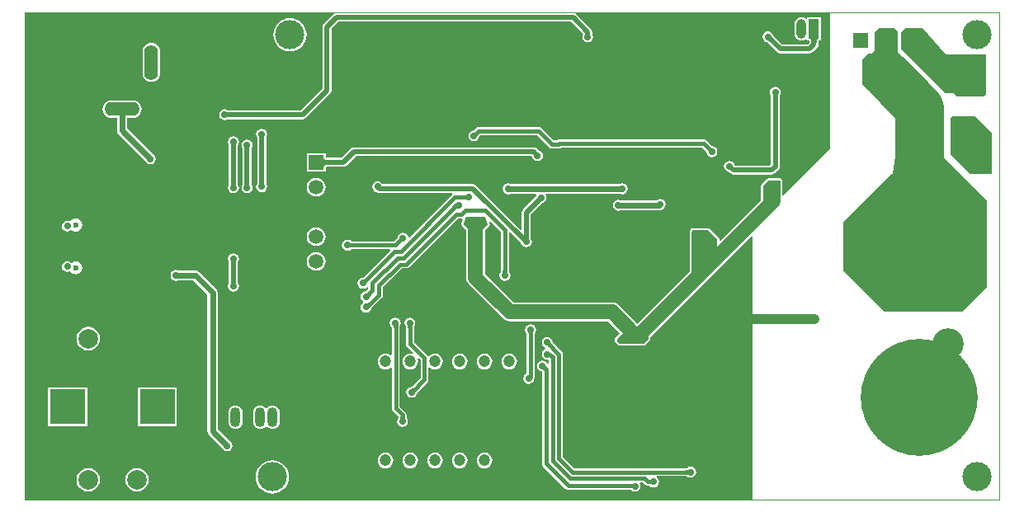
<source format=gbl>
%FSTAX24Y24*%
%MOIN*%
%SFA1B1*%

%IPPOS*%
%ADD30C,0.019700*%
%ADD31C,0.023600*%
%ADD32C,0.059100*%
%ADD33C,0.015700*%
%ADD35C,0.039400*%
%ADD38C,0.003900*%
%ADD39O,0.055100X0.141700*%
%ADD40O,0.141700X0.055100*%
%ADD41C,0.023600*%
%ADD42C,0.027600*%
%ADD43C,0.059100*%
%ADD44R,0.059100X0.059100*%
%ADD45C,0.063000*%
%ADD46R,0.063000X0.063000*%
%ADD47O,0.039400X0.078700*%
%ADD48R,0.039400X0.078700*%
%ADD49C,0.047200*%
%ADD50C,0.078700*%
%ADD51R,0.141700X0.141700*%
%ADD52O,0.041300X0.078700*%
%ADD53R,0.041300X0.078700*%
%ADD54C,0.126000*%
%ADD55C,0.118100*%
%ADD56C,0.472400*%
%ADD57R,0.059100X0.059100*%
%ADD58C,0.031500*%
%ADD59C,0.050000*%
%ADD60C,0.196900*%
%LNdummyv1-1*%
%LPD*%
G36*
X018701Y011122D02*
X018504Y010925D01*
X017913*
X017717Y011122*
X017815Y011417*
X018602*
X018701Y011122*
G37*
G36*
X015246Y010416D02*
X015241Y010417D01*
X015234Y010416*
X015227Y010414*
X01522Y010411*
X015212Y010407*
X015203Y010401*
X015194Y010394*
X015174Y010377*
X015163Y010366*
X01508Y010506*
X015091Y010517*
X015134Y010565*
X015137Y01057*
X015139Y010574*
X01514Y010578*
X015246Y010416*
G37*
G36*
X013134Y010369D02*
X013139Y010366D01*
X013146Y010363*
X013154Y010361*
X013163Y010359*
X013173Y010357*
X013198Y010355*
X013227Y010354*
Y010197*
X013212*
X013173Y010194*
X013163Y010192*
X013154Y01019*
X013146Y010188*
X013139Y010186*
X013134Y010182*
X01313Y010179*
Y010372*
X013134Y010369*
G37*
G36*
X017815Y012108D02*
X017811Y012112D01*
X017806Y012115*
X017799Y012117*
X017791Y01212*
X017782Y012122*
X017772Y012123*
X017747Y012125*
X017718Y012126*
Y012283*
X017733Y012284*
X017772Y012286*
X017782Y012288*
X017791Y01229*
X017799Y012292*
X017806Y012295*
X017811Y012298*
X017815Y012301*
Y012108*
G37*
G36*
X030512Y012008D02*
X029823D01*
Y012697*
X03002Y012894*
X030512*
Y012008*
G37*
G36*
X017451Y011769D02*
X017446Y011771D01*
X017441*
X017435Y01177*
X017428Y011768*
X01742Y011764*
X017412Y011759*
X017403Y011752*
X017393Y011745*
X017372Y011725*
X017273Y011848*
X017396Y011949*
X017451Y011769*
G37*
G36*
X019469Y009236D02*
X019471Y009197D01*
X019473Y009187*
X019475Y009177*
X019477Y00917*
X01948Y009163*
X019483Y009158*
X019486Y009154*
X019293*
X019297Y009158*
X0193Y009163*
X019302Y00917*
X019305Y009177*
X019307Y009187*
X019308Y009197*
X01931Y009221*
X019311Y009251*
X019468*
X019469Y009236*
G37*
G36*
X013976Y007826D02*
X013965Y007815D01*
X013922Y007766*
X013919Y007761*
X013916Y007756*
X013915Y007753*
X013805Y007911*
X013811*
X013817*
X013824Y007913*
X013832Y007917*
X01384Y007921*
X013849Y007927*
X013858Y007934*
X013878Y007951*
X013889Y007962*
X013976Y007826*
G37*
G36*
X037133Y013838D02*
X037135Y01381D01*
X038858Y012087*
Y008583*
X037874Y007598*
X034724*
X033071Y009252*
Y01122*
X035Y01315*
X035038*
X03505Y01319*
X035097Y013394*
X035131Y01361*
X035151Y013838*
X035157Y014077*
X037126*
X037133Y013838*
G37*
G36*
X025197Y006693D02*
Y006496D01*
X025Y006299*
X024016*
X023917Y006398*
Y006496*
X024213Y006791*
X025098*
X025197Y006693*
G37*
G36*
X027972Y010512D02*
Y010039D01*
X027362Y009429*
Y008957*
X026811*
X026929Y009075*
Y010778*
X026998Y010886*
X027598*
X027972Y010512*
G37*
G36*
X013856Y008823D02*
X013845Y008812D01*
X013819Y008783*
X013813Y008774*
X013808Y008766*
X013804Y008759*
X013801Y008753*
X0138Y008747*
X013799Y008742*
X013663Y008878*
X013668*
X013674Y00888*
X013681Y008883*
X013688Y008887*
X013696Y008892*
X013704Y008898*
X013723Y008914*
X013744Y008934*
X013856Y008823*
G37*
G36*
X013974Y008272D02*
X013963Y008261D01*
X013937Y008232*
X013931Y008223*
X013926Y008215*
X013922Y008208*
X013919Y008202*
X013918Y008196*
X013917Y00819*
X013781Y008327*
X013786*
X013792Y008329*
X013799Y008332*
X013806Y008336*
X013814Y008341*
X013822Y008347*
X013841Y008363*
X013862Y008383*
X013974Y008272*
G37*
G36*
X039055Y014803D02*
Y01315D01*
X038189*
X037392Y013947*
Y015394*
X03747Y015472*
X038386*
X039055Y014803*
G37*
G36*
X037205Y017992D02*
X038819D01*
Y016378*
X03874Y016299*
X037638*
X03752Y016417*
X037205*
X035394Y018228*
Y018898*
X035551Y019055*
X03626*
X037205Y017992*
G37*
G36*
X035276Y018898D02*
Y018071D01*
X035945Y017402*
X034055Y016535*
X033819Y016772*
Y017795*
X034055Y018032*
X034213*
X034331Y01815*
Y018898*
X034488Y019055*
X035118*
X035276Y018898*
G37*
G36*
X03252Y019685D02*
D01*
Y014173*
X030641Y012295*
X030595Y012314*
Y01252*
X030593Y012532*
Y012894*
X030587Y012925*
X030569Y012951*
X030543Y012969*
X030512Y012975*
X03002*
X029988Y012969*
X029962Y012951*
X029765Y012755*
X029747Y012728*
X029741Y012697*
Y012101*
X0281Y01046*
X028054Y01048*
Y010512*
X028048Y010543*
X02803Y010569*
X027656Y010943*
X027649Y010948*
Y010956*
X027637*
X02763Y010961*
X027598Y010967*
X026998*
X026989Y010966*
X02698Y010965*
X026974Y010963*
X026967Y010961*
X026959Y010956*
X026898*
Y010881*
X02686Y010821*
X026858Y010815*
X026854Y010809*
X026852Y0108*
X026849Y010792*
Y010785*
X026848Y010778*
Y009208*
X024737Y007097*
X023988Y007846*
X02391Y007907*
X023818Y007944*
X02372Y007957*
X019743*
X018587Y009113*
Y010893*
X018758Y011064*
X018766Y011075*
X018774Y011086*
X018775Y011088*
X018776Y011091*
X018779Y011104*
X018782Y011116*
Y011119*
Y011122*
X01878Y011135*
X018778Y011148*
X018751Y011228*
X018794Y011255*
X019228Y010821*
Y009215*
X019227Y009207*
Y009203*
X019185Y00914*
X019168Y009055*
X019185Y00897*
X019233Y008898*
X019305Y00885*
X01939Y008833*
X019475Y00885*
X019547Y008898*
X019595Y00897*
X019612Y009055*
X019595Y00914*
X019553Y009203*
X019552Y009206*
Y009218*
Y010795*
X019598Y010814*
X020045Y010367*
X020053Y010326*
X020101Y010254*
X020173Y010206*
X020258Y010189*
X020343Y010206*
X020415Y010254*
X020463Y010326*
X02048Y010411*
X020463Y010496*
X02044Y010531*
Y011521*
X0209Y011982*
X020941Y01199*
X021013Y012038*
X021061Y01211*
X021078Y012195*
X021061Y01228*
X021043Y012307*
X02107Y012357*
X024044*
X024049Y012354*
X024134Y012337*
X024219Y012354*
X024291Y012402*
X024339Y012474*
X024356Y012559*
X024339Y012644*
X024291Y012716*
X024219Y012764*
X024134Y012781*
X024049Y012764*
X024044Y012761*
X019617*
X019613Y012764*
X019528Y012781*
X019443Y012764*
X019371Y012716*
X019322Y012644*
X019305Y012559*
X019322Y012474*
X019371Y012402*
X019443Y012354*
X019528Y012337*
X019613Y012354*
X019617Y012357*
X020643*
X020669Y012307*
X020651Y01228*
X020643Y012239*
X020129Y011725*
X02009Y011666*
X020076Y011596*
Y010916*
X02003Y010897*
X018239Y012688*
X01818Y012727*
X01811Y012741*
X014445*
X014409Y012795*
X014337Y012843*
X014252Y01286*
X014167Y012843*
X014095Y012795*
X014047Y012723*
X01403Y012638*
X014047Y012553*
X014095Y012481*
X014167Y012433*
X014212Y012424*
X014261Y012391*
X014331Y012377*
X017259*
X017274Y012327*
X017262Y012319*
X015535Y010591*
X015487Y010606*
X015481Y010636*
X015433Y010708*
X015361Y010756*
X015276Y010773*
X015191Y010756*
X015119Y010708*
X01507Y010636*
X015065Y010611*
X015048Y010592*
X014894Y010437*
X013192*
X013183Y010438*
X013179Y010439*
X013116Y010481*
X013031Y010498*
X012946Y010481*
X012874Y010433*
X012826Y010361*
X012809Y010276*
X012826Y010191*
X012874Y010119*
X012946Y01007*
X013031Y010054*
X013116Y01007*
X013179Y010112*
X013182Y010113*
X013195Y010114*
X014741*
X01476Y010068*
X01366Y008968*
X013654Y008962*
X013651Y00896*
X013576Y008945*
X013504Y008897*
X013456Y008825*
X013439Y00874*
X013456Y008655*
X013504Y008583*
X013576Y008535*
X013661Y008518*
X013746Y008535*
X013818Y008583*
X013828Y008598*
X013878Y008583*
Y008517*
X013778Y008417*
X013772Y008411*
X013769Y008409*
X013695Y008394*
X013623Y008346*
X013574Y008274*
X013557Y008189*
X013574Y008104*
X013623Y008032*
X013652Y008012*
Y007952*
X013623Y007933*
X013574Y007861*
X013557Y007776*
X013574Y007691*
X013623Y007619*
X013695Y00757*
X01378Y007554*
X013865Y00757*
X013937Y007619*
X013985Y007691*
X013991Y007721*
X01401Y007743*
X014412Y008145*
X014447Y008198*
X01446Y00826*
Y008581*
X01522Y009341*
X015409*
X015471Y009354*
X015523Y009389*
X017488Y011354*
X017618*
X017658Y011362*
X017697Y011322*
X017639Y011148*
X017638Y011135*
X017635Y011122*
X017636Y011119*
X017635Y011116*
X017639Y011104*
X017641Y011091*
X017643Y011088*
X017644Y011086*
X017652Y011075*
X017659Y011064*
X01783Y010893*
Y008957*
X017843Y008859*
X017859Y008821*
X017881Y008767*
X017941Y008689*
X019319Y007311*
X019397Y007251*
X019489Y007213*
X019587Y0072*
X023564*
X024035Y006729*
X02386Y006554*
X023842Y006527*
X023836Y006496*
Y006398*
X023842Y006366*
X02386Y00634*
X023958Y006242*
X023985Y006224*
X024016Y006218*
X024692*
X024705Y006216*
X02477*
X024782Y006218*
X025*
X025031Y006224*
X025058Y006242*
X025255Y006438*
X025272Y006465*
X025278Y006496*
Y006568*
X029363Y010653*
X029409Y010634*
Y0*
X00005*
X0Y00005*
Y019685*
X012482*
X012497Y019635*
X01247Y019617*
X012076Y019223*
X012037Y019164*
X012023Y019094*
Y016611*
X011145Y015733*
X008191*
X008156Y015756*
X008071Y015773*
X007986Y015756*
X007914Y015708*
X007866Y015636*
X007849Y015551*
X007866Y015466*
X007914Y015394*
X007986Y015346*
X008071Y015329*
X008156Y015346*
X008191Y015369*
X01122*
X01129Y015383*
X011349Y015423*
X012333Y016407*
X012373Y016466*
X012387Y016535*
Y019019*
X012674Y019306*
X02207*
X022554Y018822*
Y018821*
X022531Y018786*
X022514Y018701*
X022531Y018616*
X022579Y018544*
X022651Y018496*
X022736Y018479*
X022821Y018496*
X022893Y018544*
X022941Y018616*
X022958Y018701*
X022941Y018786*
X022918Y018821*
Y018898*
X022904Y018967*
X022865Y019026*
X022274Y019617*
X022247Y019635*
X022262Y019685*
X03252*
G37*
%LNdummyv1-2*%
%LPC*%
G36*
X017567Y005894D02*
X017484Y005883D01*
X017407Y005851*
X017341Y0058*
X017291Y005734*
X017259Y005657*
X017248Y005575*
X017259Y005492*
X017291Y005415*
X017341Y005349*
X017407Y005299*
X017484Y005267*
X017567Y005256*
X017649Y005267*
X017726Y005299*
X017792Y005349*
X017843Y005415*
X017875Y005492*
X017886Y005575*
X017875Y005657*
X017843Y005734*
X017792Y0058*
X017726Y005851*
X017649Y005883*
X017567Y005894*
G37*
G36*
X010002Y003793D02*
X009927Y003783D01*
X009857Y003755*
X009797Y003709*
X009777Y003682*
X009727*
X009706Y003709*
X009647Y003755*
X009577Y003783*
X009502Y003793*
X009427Y003783*
X009357Y003755*
X009298Y003709*
X009252Y003649*
X009223Y003579*
X009213Y003504*
Y00313*
X009223Y003055*
X009252Y002986*
X009298Y002926*
X009357Y00288*
X009427Y002851*
X009502Y002841*
X009577Y002851*
X009647Y00288*
X009706Y002926*
X009727Y002952*
X009777*
X009797Y002926*
X009857Y00288*
X009927Y002851*
X010002Y002841*
X010077Y002851*
X010147Y00288*
X010206Y002926*
X010252Y002986*
X010281Y003055*
X010291Y00313*
Y003504*
X010281Y003579*
X010252Y003649*
X010206Y003709*
X010147Y003755*
X010077Y003783*
X010002Y003793*
G37*
G36*
X020433Y007072D02*
X020348Y007056D01*
X020276Y007007*
X020228Y006935*
X020211Y00685*
X020228Y006765*
X02027Y006703*
Y0067*
X020271Y006687*
Y005087*
X020269*
X020197Y005039*
X020149Y004967*
X020132Y004882*
X020149Y004797*
X020197Y004725*
X020269Y004677*
X020354Y00466*
X020439Y004677*
X020511Y004725*
X020559Y004797*
X020576Y004882*
X020575Y004888*
X020583Y004899*
X020595Y004961*
Y00669*
X020596Y006699*
Y006703*
X020638Y006765*
X020655Y00685*
X020638Y006935*
X02059Y007007*
X020518Y007056*
X020433Y007072*
G37*
G36*
X018567Y005894D02*
X018484Y005883D01*
X018407Y005851*
X018341Y0058*
X018291Y005734*
X018259Y005657*
X018248Y005575*
X018259Y005492*
X018291Y005415*
X018341Y005349*
X018407Y005299*
X018484Y005267*
X018567Y005256*
X018649Y005267*
X018726Y005299*
X018792Y005349*
X018843Y005415*
X018875Y005492*
X018886Y005575*
X018875Y005657*
X018843Y005734*
X018792Y0058*
X018726Y005851*
X018649Y005883*
X018567Y005894*
G37*
G36*
X015551Y007348D02*
X015466Y007331D01*
X015394Y007283*
X015346Y007211*
X015329Y007126*
X015346Y007041*
X015388Y006978*
Y006975*
X015389Y006963*
Y006299*
X015402Y006237*
X015437Y006185*
X015709Y005912*
X015681Y00587*
X015649Y005883*
X015567Y005894*
X015484Y005883*
X015407Y005851*
X015341Y0058*
X015291Y005734*
X015259Y005657*
X015248Y005575*
X015259Y005492*
X015291Y005415*
X015341Y005349*
X015407Y005299*
X015484Y005267*
X015567Y005256*
X015649Y005267*
X015726Y005299*
X015792Y005349*
X015843Y005415*
X015875Y005492*
X015886Y005575*
X015875Y005657*
X015862Y005689*
X015904Y005717*
X01598Y005642*
Y00491*
X015629Y004558*
X015622Y004553*
X015619Y004551*
X015545Y004536*
X015473Y004488*
X015425Y004416*
X015408Y004331*
X015425Y004246*
X015473Y004174*
X015545Y004126*
X01563Y004109*
X015715Y004126*
X015787Y004174*
X015835Y004246*
X01585Y00432*
X015852Y004322*
X01586Y004332*
X016256Y004728*
X016291Y004781*
X016304Y004843*
Y005322*
X016354Y00534*
X016407Y005299*
X016484Y005267*
X016567Y005256*
X016649Y005267*
X016726Y005299*
X016792Y005349*
X016843Y005415*
X016875Y005492*
X016886Y005575*
X016875Y005657*
X016843Y005734*
X016792Y0058*
X016726Y005851*
X016649Y005883*
X016567Y005894*
X016484Y005883*
X016407Y005851*
X016341Y0058*
X016334Y005791*
X016275Y005795*
X016256Y005823*
X015713Y006366*
Y006966*
X015714Y006974*
Y006978*
X015756Y007041*
X015773Y007126*
X015756Y007211*
X015708Y007283*
X015636Y007331*
X015551Y007348*
G37*
G36*
X002559Y006974D02*
X002435Y006958D01*
X00232Y00691*
X002221Y006834*
X002145Y006735*
X002098Y00662*
X002081Y006496*
X002098Y006372*
X002145Y006257*
X002221Y006158*
X00232Y006082*
X002435Y006035*
X002559Y006018*
X002683Y006035*
X002798Y006082*
X002897Y006158*
X002973Y006257*
X003021Y006372*
X003037Y006496*
X003021Y00662*
X002973Y006735*
X002897Y006834*
X002798Y00691*
X002683Y006958*
X002559Y006974*
G37*
G36*
X014961Y007348D02*
X014876Y007331D01*
X014804Y007283*
X014755Y007211*
X014739Y007126*
X014755Y007041*
X014804Y006969*
X014819Y006959*
Y006958*
X01482Y006952*
Y00695*
Y005842*
X01477Y005818*
X014726Y005851*
X014649Y005883*
X014567Y005894*
X014484Y005883*
X014407Y005851*
X014341Y0058*
X014291Y005734*
X014259Y005657*
X014248Y005575*
X014259Y005492*
X014291Y005415*
X014341Y005349*
X014407Y005299*
X014484Y005267*
X014567Y005256*
X014649Y005267*
X014726Y005299*
X01477Y005332*
X01482Y005307*
Y00368*
X014832Y003618*
X014867Y003565*
X015094Y003338*
Y00331*
X015093Y003301*
Y003297*
X015051Y003235*
X015034Y00315*
X015051Y003065*
X015099Y002993*
X015171Y002944*
X015256Y002928*
X015341Y002944*
X015413Y002993*
X015461Y003065*
X015478Y00315*
X015461Y003235*
X015419Y003297*
Y0033*
X015418Y003313*
Y003406*
X015405Y003467*
X01537Y00352*
X015144Y003747*
Y006997*
X015145Y00701*
X015166Y007041*
X015183Y007126*
X015166Y007211*
X015118Y007283*
X015046Y007331*
X014961Y007348*
G37*
G36*
X019567Y005894D02*
X019484Y005883D01*
X019407Y005851*
X019341Y0058*
X019291Y005734*
X019259Y005657*
X019248Y005575*
X019259Y005492*
X019291Y005415*
X019341Y005349*
X019407Y005299*
X019484Y005267*
X019567Y005256*
X019649Y005267*
X019726Y005299*
X019792Y005349*
X019843Y005415*
X019875Y005492*
X019886Y005575*
X019875Y005657*
X019843Y005734*
X019792Y0058*
X019726Y005851*
X019649Y005883*
X019567Y005894*
G37*
G36*
X021102Y006561D02*
X021017Y006544D01*
X020945Y006496*
X020897Y006424*
X02088Y006339*
X020897Y006254*
X020945Y006182*
X021017Y006133*
X021045Y006128*
Y006077*
X021017Y006071*
X020945Y006023*
X020897Y005951*
X02088Y005866*
X020897Y005781*
X020945Y005709*
X021017Y005661*
X021102Y005644*
X021117Y005647*
X021155Y005615*
Y005495*
X021139Y005489*
X021105Y005486*
X021063Y005551*
X02099Y005599*
X020906Y005616*
X020821Y005599*
X020748Y005551*
X0207Y005479*
X020683Y005394*
X0207Y005309*
X020748Y005237*
X020821Y005189*
X020895Y005174*
X020898Y005171*
Y00144*
X02091Y001378*
X020945Y001326*
X021834Y000437*
X021887Y000402*
X021949Y000389*
X024469*
X024471*
X024477Y000388*
X024489Y000371*
X024561Y000323*
X024646Y000306*
X024731Y000323*
X024803Y000371*
X024851Y000443*
X024868Y000528*
X024851Y000613*
X024834Y000639*
X024857Y000683*
X024972*
X025061Y000594*
X025114Y000559*
X025176Y000547*
X025237*
X025244Y000546*
X025245*
X025309Y000503*
X025394Y000487*
X025479Y000503*
X025551Y000552*
X025599Y000624*
X025616Y000709*
X025599Y000794*
X025551Y000866*
X025514Y000891*
X025529Y000941*
X02673*
X026738Y00094*
X026742Y000939*
X026805Y000897*
X02689Y00088*
X026975Y000897*
X027047Y000945*
X027095Y001017*
X027112Y001102*
X027095Y001187*
X027047Y001259*
X026975Y001308*
X02689Y001324*
X026805Y001308*
X026742Y001266*
X026739Y001265*
X026726Y001264*
X022193*
X021737Y001721*
Y005866*
X021724Y005928*
X021689Y005981*
X02133Y00634*
X021324Y006346*
X021322Y006349*
X021308Y006424*
X021259Y006496*
X021187Y006544*
X021102Y006561*
G37*
G36*
X014567Y001894D02*
X014484Y001883D01*
X014407Y001851*
X014341Y0018*
X014291Y001734*
X014259Y001657*
X014248Y001575*
X014259Y001492*
X014291Y001415*
X014341Y001349*
X014407Y001299*
X014484Y001267*
X014567Y001256*
X014649Y001267*
X014726Y001299*
X014792Y001349*
X014843Y001415*
X014875Y001492*
X014886Y001575*
X014875Y001657*
X014843Y001734*
X014792Y0018*
X014726Y001851*
X014649Y001883*
X014567Y001894*
G37*
G36*
X015567D02*
X015484Y001883D01*
X015407Y001851*
X015341Y0018*
X015291Y001734*
X015259Y001657*
X015248Y001575*
X015259Y001492*
X015291Y001415*
X015341Y001349*
X015407Y001299*
X015484Y001267*
X015567Y001256*
X015649Y001267*
X015726Y001299*
X015792Y001349*
X015843Y001415*
X015875Y001492*
X015886Y001575*
X015875Y001657*
X015843Y001734*
X015792Y0018*
X015726Y001851*
X015649Y001883*
X015567Y001894*
G37*
G36*
X016567D02*
X016484Y001883D01*
X016407Y001851*
X016341Y0018*
X016291Y001734*
X016259Y001657*
X016248Y001575*
X016259Y001492*
X016291Y001415*
X016341Y001349*
X016407Y001299*
X016484Y001267*
X016567Y001256*
X016649Y001267*
X016726Y001299*
X016792Y001349*
X016843Y001415*
X016875Y001492*
X016886Y001575*
X016875Y001657*
X016843Y001734*
X016792Y0018*
X016726Y001851*
X016649Y001883*
X016567Y001894*
G37*
G36*
X01Y001579D02*
X009869Y001566D01*
X009742Y001528*
X009626Y001466*
X009524Y001382*
X00944Y00128*
X009377Y001163*
X009339Y001037*
X009326Y000906*
X009339Y000774*
X009377Y000648*
X00944Y000531*
X009524Y000429*
X009626Y000345*
X009742Y000283*
X009869Y000245*
X01Y000232*
X010131Y000245*
X010258Y000283*
X010374Y000345*
X010476Y000429*
X01056Y000531*
X010623Y000648*
X010661Y000774*
X010674Y000906*
X010661Y001037*
X010623Y001163*
X01056Y00128*
X010476Y001382*
X010374Y001466*
X010258Y001528*
X010131Y001566*
X01Y001579*
G37*
G36*
X002559Y001265D02*
X002435Y001249D01*
X00232Y001201*
X002221Y001125*
X002145Y001026*
X002098Y000911*
X002081Y000787*
X002098Y000664*
X002145Y000549*
X002221Y00045*
X00232Y000374*
X002435Y000326*
X002559Y00031*
X002683Y000326*
X002798Y000374*
X002897Y00045*
X002973Y000549*
X003021Y000664*
X003037Y000787*
X003021Y000911*
X002973Y001026*
X002897Y001125*
X002798Y001201*
X002683Y001249*
X002559Y001265*
G37*
G36*
X004528D02*
X004404Y001249D01*
X004289Y001201*
X00419Y001125*
X004114Y001026*
X004066Y000911*
X00405Y000787*
X004066Y000664*
X004114Y000549*
X00419Y00045*
X004289Y000374*
X004404Y000326*
X004528Y00031*
X004651Y000326*
X004766Y000374*
X004865Y00045*
X004941Y000549*
X004989Y000664*
X005005Y000787*
X004989Y000911*
X004941Y001026*
X004865Y001125*
X004766Y001201*
X004651Y001249*
X004528Y001265*
G37*
G36*
X008502Y003793D02*
X008427Y003783D01*
X008357Y003755*
X008298Y003709*
X008252Y003649*
X008223Y003579*
X008213Y003504*
Y00313*
X008223Y003055*
X008252Y002986*
X008298Y002926*
X008357Y00288*
X008427Y002851*
X008502Y002841*
X008577Y002851*
X008647Y00288*
X008706Y002926*
X008752Y002986*
X008781Y003055*
X008791Y00313*
Y003504*
X008781Y003579*
X008752Y003649*
X008706Y003709*
X008647Y003755*
X008577Y003783*
X008502Y003793*
G37*
G36*
X002521Y004529D02*
X000944D01*
Y002952*
X002521*
Y004529*
G37*
G36*
X006143D02*
X004566D01*
Y002952*
X006143*
Y004529*
G37*
G36*
X017567Y001894D02*
X017484Y001883D01*
X017407Y001851*
X017341Y0018*
X017291Y001734*
X017259Y001657*
X017248Y001575*
X017259Y001492*
X017291Y001415*
X017341Y001349*
X017407Y001299*
X017484Y001267*
X017567Y001256*
X017649Y001267*
X017726Y001299*
X017792Y001349*
X017843Y001415*
X017875Y001492*
X017886Y001575*
X017875Y001657*
X017843Y001734*
X017792Y0018*
X017726Y001851*
X017649Y001883*
X017567Y001894*
G37*
G36*
X018567D02*
X018484Y001883D01*
X018407Y001851*
X018341Y0018*
X018291Y001734*
X018259Y001657*
X018248Y001575*
X018259Y001492*
X018291Y001415*
X018341Y001349*
X018407Y001299*
X018484Y001267*
X018567Y001256*
X018649Y001267*
X018726Y001299*
X018792Y001349*
X018843Y001415*
X018875Y001492*
X018886Y001575*
X018875Y001657*
X018843Y001734*
X018792Y0018*
X018726Y001851*
X018649Y001883*
X018567Y001894*
G37*
G36*
X006102Y009277D02*
X006017Y00926D01*
X005945Y009212*
X005897Y00914*
X00588Y009055*
X005897Y00897*
X005945Y008898*
X006017Y00885*
X006102Y008833*
X006187Y00885*
X006192Y008853*
X006806*
X007377Y008282*
Y002756*
X007392Y002679*
X007436Y002613*
X007963Y002086*
X007964Y00208*
X008012Y002008*
X008084Y00196*
X008169Y001943*
X008254Y00196*
X008326Y002008*
X008374Y00208*
X008391Y002165*
X008374Y00225*
X008326Y002322*
X008254Y002371*
X008249Y002372*
X007781Y00284*
Y008366*
X007765Y008443*
X007722Y008509*
X007033Y009198*
X006967Y009242*
X00689Y009257*
X006192*
X006187Y00926*
X006102Y009277*
G37*
G36*
X020763Y015054D02*
X018337D01*
X018275Y015041*
X018222Y015006*
X018131Y014915*
X018055Y0149*
X017983Y014852*
X017935Y01478*
X017918Y014695*
X017935Y01461*
X017983Y014538*
X018055Y01449*
X01814Y014473*
X018225Y01449*
X018297Y014538*
X018345Y01461*
X01836Y014686*
X018404Y01473*
X020696*
X021191Y014234*
X021244Y014199*
X021306Y014187*
X021568*
X02163Y014199*
X021675Y014229*
X027353*
X027528Y014054*
X027534Y014047*
X027536Y014044*
X027551Y01397*
X027599Y013898*
X027671Y01385*
X027756Y013833*
X027841Y01385*
X027913Y013898*
X027961Y01397*
X027978Y014055*
X027961Y01414*
X027913Y014212*
X027841Y01426*
X027767Y014275*
X027764Y014277*
X027755Y014285*
X027534Y014506*
X027482Y014541*
X02742Y014553*
X021611*
X021549Y014541*
X021504Y014511*
X021373*
X020877Y015006*
X020825Y015041*
X020763Y015054*
G37*
G36*
X00206Y011347D02*
X001993Y011338D01*
X00193Y011312*
X001876Y011271*
X001838Y011221*
X001798Y011248*
X001713Y011265*
X001628Y011248*
X001556Y0112*
X001507Y011128*
X001491Y011043*
X001507Y010958*
X001556Y010886*
X001628Y010838*
X001713Y010821*
X001798Y010838*
X00187Y010886*
X001894Y01089*
X00193Y010863*
X001993Y010837*
X00206Y010828*
X002127Y010837*
X002189Y010863*
X002243Y010904*
X002284Y010958*
X00231Y011021*
X002319Y011088*
X00231Y011155*
X002284Y011217*
X002243Y011271*
X002189Y011312*
X002127Y011338*
X00206Y011347*
G37*
G36*
X00436Y016136D02*
X003494D01*
X003401Y016124*
X003315Y016088*
X00324Y016031*
X003183Y015957*
X003148Y01587*
X003135Y015778*
X003148Y015685*
X003183Y015598*
X00324Y015524*
X003315Y015467*
X003401Y015431*
X003494Y015419*
X003725*
Y014911*
X003741Y014834*
X003784Y014769*
X004863Y01369*
X004864Y013685*
X004912Y013613*
X004984Y013565*
X005069Y013548*
X005154Y013565*
X005226Y013613*
X005274Y013685*
X005291Y01377*
X005274Y013855*
X005226Y013927*
X005154Y013975*
X005148Y013976*
X004129Y014995*
Y015419*
X00436*
X004453Y015431*
X00454Y015467*
X004614Y015524*
X004671Y015598*
X004707Y015685*
X004719Y015778*
X004707Y01587*
X004671Y015957*
X004614Y016031*
X00454Y016088*
X004453Y016124*
X00436Y016136*
G37*
G36*
X011772Y010001D02*
X011674Y009988D01*
X011582Y00995*
X011504Y00989*
X011444Y009811*
X011406Y00972*
X011393Y009622*
X011406Y009524*
X011444Y009433*
X011504Y009354*
X011582Y009294*
X011674Y009256*
X011772Y009244*
X01187Y009256*
X011961Y009294*
X012039Y009354*
X012099Y009433*
X012137Y009524*
X01215Y009622*
X012137Y00972*
X012099Y009811*
X012039Y00989*
X011961Y00995*
X01187Y009988*
X011772Y010001*
G37*
G36*
X020551Y014237D02*
D01*
X013307*
X013237Y014223*
X013178Y014184*
X012799Y013804*
X012218*
X012202Y013805*
X012179Y013809*
X012162Y013814*
X012151Y013818*
X012147Y013821*
Y013997*
X011396*
Y013247*
X012147*
Y013424*
X012151Y013426*
X012162Y01343*
X012179Y013435*
X012202Y013439*
X012218Y01344*
X012874*
X012944Y013454*
X013003Y013493*
X013382Y013873*
X020476*
X020495Y013854*
X020503Y013813*
X020552Y013741*
X020624Y013692*
X020709Y013676*
X020794Y013692*
X020866Y013741*
X020914Y013813*
X020931Y013898*
X020914Y013983*
X020866Y014055*
X020794Y014103*
X020753Y014111*
X02068Y014184*
X020621Y014223*
X020551Y014237*
G37*
G36*
X011772Y011001D02*
X011674Y010988D01*
X011582Y01095*
X011504Y01089*
X011444Y010811*
X011406Y01072*
X011393Y010622*
X011406Y010524*
X011444Y010433*
X011504Y010354*
X011582Y010294*
X011674Y010256*
X011772Y010244*
X01187Y010256*
X011961Y010294*
X012039Y010354*
X012099Y010433*
X012137Y010524*
X01215Y010622*
X012137Y01072*
X012099Y010811*
X012039Y01089*
X011961Y01095*
X01187Y010988*
X011772Y011001*
G37*
G36*
X008425Y014671D02*
X00834Y014654D01*
X008268Y014606*
X00822Y014534*
X008203Y014449*
X00822Y014364*
X008243Y014329*
Y012718*
X00822Y012683*
X008203Y012598*
X00822Y012513*
X008268Y012441*
X00834Y012393*
X008425Y012376*
X00851Y012393*
X008582Y012441*
X00863Y012513*
X008647Y012598*
X00863Y012683*
X008607Y012718*
Y014329*
X00863Y014364*
X008647Y014449*
X00863Y014534*
X008582Y014606*
X00851Y014654*
X008425Y014671*
G37*
G36*
X008976Y014553D02*
X008891Y014536D01*
X008819Y014488*
X008771Y014416*
X008754Y014331*
X008771Y014246*
X008794Y014211*
Y012718*
X008771Y012683*
X008754Y012598*
X008771Y012513*
X008819Y012441*
X008891Y012393*
X008976Y012376*
X009061Y012393*
X009133Y012441*
X009182Y012513*
X009198Y012598*
X009182Y012683*
X009158Y012718*
Y014211*
X009182Y014246*
X009198Y014331*
X009182Y014416*
X009133Y014488*
X009061Y014536*
X008976Y014553*
G37*
G36*
X009567Y014986D02*
X009482Y014969D01*
X00941Y014921*
X009362Y014849*
X009345Y014764*
X009362Y014679*
X009385Y014644*
Y012758*
X009362Y012723*
X009345Y012638*
X009362Y012553*
X00941Y012481*
X009482Y012433*
X009567Y012416*
X009652Y012433*
X009724Y012481*
X009772Y012553*
X009789Y012638*
X009772Y012723*
X009749Y012758*
Y014644*
X009772Y014679*
X009789Y014764*
X009772Y014849*
X009724Y014921*
X009652Y014969*
X009567Y014986*
G37*
G36*
X030315Y016679D02*
X03023Y016662D01*
X030158Y016614*
X03011Y016542*
X030093Y016457*
X03011Y016372*
X030133Y016337*
Y01354*
X030082Y013489*
X028697*
X028678Y013509*
X02867Y01355*
X028622Y013622*
X02855Y01367*
X028465Y013687*
X02838Y01367*
X028308Y013622*
X028259Y01355*
X028242Y013465*
X028259Y01338*
X028308Y013308*
X02838Y013259*
X028421Y013251*
X028493Y013178*
X028552Y013139*
X028622Y013125*
X030157*
X030227Y013139*
X030286Y013178*
X030444Y013336*
X030483Y013395*
X030497Y013465*
Y016337*
X03052Y016372*
X030537Y016457*
X03052Y016542*
X030472Y016614*
X0304Y016662*
X030315Y016679*
G37*
G36*
X025669Y012151D02*
X025584Y012134D01*
X025521Y012092*
X024066*
X024061Y012095*
X023976Y012112*
X023891Y012095*
X023819Y012047*
X023771Y011975*
X023754Y01189*
X023771Y011805*
X023819Y011733*
X023891Y011685*
X023976Y011668*
X024061Y011685*
X024066Y011688*
X02563*
X025707Y011703*
X025732Y011719*
X025754Y011724*
X025826Y011772*
X025874Y011844*
X025891Y011929*
X025874Y012014*
X025826Y012086*
X025754Y012134*
X025669Y012151*
G37*
G36*
X011772Y013001D02*
X011674Y012988D01*
X011582Y01295*
X011504Y01289*
X011444Y012811*
X011406Y01272*
X011393Y012622*
X011406Y012524*
X011444Y012433*
X011504Y012354*
X011582Y012294*
X011674Y012256*
X011772Y012244*
X01187Y012256*
X011961Y012294*
X012039Y012354*
X012099Y012433*
X012137Y012524*
X01215Y012622*
X012137Y01272*
X012099Y012811*
X012039Y01289*
X011961Y01295*
X01187Y012988*
X011772Y013001*
G37*
G36*
X008425Y009946D02*
X00834Y00993D01*
X008268Y009881*
X00822Y009809*
X008203Y009724*
X00822Y009639*
X008243Y009605*
Y008742*
X00822Y008707*
X008203Y008622*
X00822Y008537*
X008268Y008465*
X00834Y008417*
X008425Y0084*
X00851Y008417*
X008582Y008465*
X00863Y008537*
X008647Y008622*
X00863Y008707*
X008607Y008742*
Y009605*
X00863Y009639*
X008647Y009724*
X00863Y009809*
X008582Y009881*
X00851Y00993*
X008425Y009946*
G37*
G36*
X005108Y018459D02*
X005015Y018447D01*
X004929Y018411*
X004855Y018354*
X004798Y01828*
X004762Y018193*
X00475Y0181*
Y017234*
X004762Y017141*
X004798Y017055*
X004855Y016981*
X004929Y016924*
X005015Y016888*
X005108Y016876*
X005201Y016888*
X005288Y016924*
X005362Y016981*
X005419Y017055*
X005455Y017141*
X005467Y017234*
Y0181*
X005455Y018193*
X005419Y01828*
X005362Y018354*
X005288Y018411*
X005201Y018447*
X005108Y018459*
G37*
G36*
X031378Y019492D02*
X031306Y019482D01*
X031238Y019454*
X031181Y01941*
X031136Y019352*
X031108Y019285*
X031099Y019213*
Y018819*
X031108Y018747*
X031136Y018679*
X031181Y018621*
X031238Y018577*
X031306Y018549*
X031378Y01854*
X03145Y018549*
X031518Y018577*
X031551Y018603*
X031601Y018578*
Y018542*
X031675*
X03168*
X031682Y018537*
X031686Y018527*
X031691Y01851*
X031695Y018487*
X031696Y018471*
Y018469*
X031618Y018391*
X030587*
X030233Y018745*
X030225Y018786*
X030177Y018858*
X030105Y018906*
X03002Y018923*
X029935Y018906*
X029863Y018858*
X029815Y018786*
X029798Y018701*
X029815Y018616*
X029863Y018544*
X029935Y018496*
X029976Y018487*
X030383Y01808*
X030442Y018041*
X030512Y018027*
X031693*
X031763Y018041*
X031822Y01808*
X032007Y018265*
X032046Y018324*
X03206Y018394*
Y018471*
X032061Y018487*
X032065Y01851*
X032069Y018527*
X032074Y018537*
X032076Y018542*
X032081*
X032155*
Y018621*
Y018623*
Y018625*
Y019489*
X031601*
Y019453*
X031551Y019429*
X031518Y019454*
X03145Y019482*
X031378Y019492*
G37*
G36*
X010709Y019453D02*
X010577Y01944D01*
X010451Y019402*
X010334Y01934*
X010232Y019256*
X010148Y019154*
X010086Y019037*
X010048Y018911*
X010035Y01878*
X010048Y018648*
X010086Y018522*
X010148Y018405*
X010232Y018303*
X010334Y018219*
X010451Y018157*
X010577Y018119*
X010709Y018106*
X01084Y018119*
X010967Y018157*
X011083Y018219*
X011185Y018303*
X011269Y018405*
X011331Y018522*
X01137Y018648*
X011382Y01878*
X01137Y018911*
X011331Y019037*
X011269Y019154*
X011185Y019256*
X011083Y01934*
X010967Y019402*
X01084Y01944*
X010709Y019453*
G37*
G36*
X001713Y009632D02*
X001628Y009615D01*
X001556Y009567*
X001507Y009495*
X001491Y00941*
X001507Y009325*
X001556Y009252*
X001628Y009204*
X001713Y009187*
X001798Y009204*
X001831Y009227*
X001835Y009226*
X001876Y009172*
X00193Y009131*
X001993Y009105*
X00206Y009096*
X002127Y009105*
X002189Y009131*
X002243Y009172*
X002284Y009226*
X00231Y009288*
X002319Y009355*
X00231Y009423*
X002284Y009485*
X002243Y009539*
X002189Y00958*
X002127Y009606*
X00206Y009615*
X001993Y009606*
X00193Y00958*
X001905Y009561*
X00187Y009567*
X001798Y009615*
X001713Y009632*
G37*
%LNdummyv1-3*%
%LPD*%
G36*
X026791Y001006D02*
X026787Y001009D01*
X026782Y001012*
X026775Y001015*
X026767Y001017*
X026758Y001019*
X026748Y001021*
X026723Y001023*
X026694Y001024*
Y001181*
X026709*
X026748Y001184*
X026758Y001186*
X026767Y001187*
X026775Y00119*
X026782Y001192*
X026787Y001195*
X026791Y001199*
Y001006*
G37*
G36*
X020526Y006748D02*
X020523Y006743D01*
X02052Y006736*
X020518Y006728*
X020516Y006719*
X020515Y006709*
X020513Y006684*
X020512Y006655*
X020354*
Y00667*
X020352Y006709*
X02035Y006719*
X020348Y006728*
X020346Y006736*
X020343Y006743*
X02034Y006748*
X020337Y006752*
X02053*
X020526Y006748*
G37*
G36*
X015644Y007023D02*
X015641Y007018D01*
X015639Y007012*
X015636Y007004*
X015634Y006995*
X015633Y006984*
X015631Y00696*
X01563Y00693*
X015472*
Y006946*
X01547Y006984*
X015468Y006995*
X015466Y007004*
X015464Y007012*
X015461Y007018*
X015458Y007023*
X015455Y007028*
X015648*
X015644Y007023*
G37*
G36*
X015069Y00704D02*
X015067Y007035D01*
X015066Y007029*
X015064Y007022*
X015062Y007003*
X015061Y006978*
Y006949*
X014903Y006918*
Y006933*
X014901Y00696*
X0149Y006972*
X014897Y006982*
X014895Y006991*
X014892Y006998*
X014889Y007005*
X014885Y00701*
X014881Y007014*
X015071Y007044*
X015069Y00704*
G37*
G36*
X024533Y00045D02*
X024529Y000454D01*
X024524Y000458*
X024517Y000461*
X02451Y000464*
X024501Y000467*
X024491Y000469*
X024479Y00047*
X024452Y000472*
X024437*
X02447Y00063*
X024485*
X024543Y000633*
X02455Y000635*
X024556Y000636*
X024561Y000638*
X024565Y00064*
X024533Y00045*
G37*
G36*
X025293Y000615D02*
X025289Y000618D01*
X025284Y00062*
X025278Y000623*
X025271Y000625*
X025262Y000626*
X025252Y000628*
X025228Y000629*
X025198Y00063*
Y000787*
X025213Y000788*
X025262Y000791*
X025271Y000793*
X025278Y000795*
X025284Y000797*
X025289Y0008*
X025293Y000802*
Y000615*
G37*
G36*
X021241Y006332D02*
X021242Y006326D01*
X021245Y006319*
X021249Y006312*
X021254Y006304*
X02126Y006296*
X021276Y006277*
X021296Y006256*
X021185Y006144*
X021174Y006155*
X021145Y006181*
X021136Y006187*
X021129Y006192*
X021121Y006196*
X021115Y006199*
X021109Y0062*
X021104Y006201*
X02124Y006337*
X021241Y006332*
G37*
G36*
X012067Y0138D02*
X012072Y013783D01*
X012082Y013769*
X012096Y013756*
X012114Y013745*
X012136Y013736*
X012162Y013729*
X012191Y013724*
X012225Y013721*
X012263Y01372*
Y013524*
X012225Y013523*
X012191Y01352*
X012162Y013515*
X012136Y013508*
X012114Y013499*
X012096Y013488*
X012082Y013475*
X012072Y013461*
X012067Y013444*
X012065Y013425*
Y013819*
X012067Y0138*
G37*
G36*
X015824Y004413D02*
X015813Y004402D01*
X015788Y004373*
X015782Y004365*
X015777Y004357*
X015773Y00435*
X01577Y004343*
X015768Y004337*
Y004332*
X015631Y004469*
X015637*
X015642Y004471*
X015649Y004473*
X015656Y004477*
X015664Y004482*
X015673Y004489*
X015691Y004504*
X015713Y004525*
X015824Y004413*
G37*
G36*
X021044Y005384D02*
X021045Y005379D01*
X021048Y005373*
X021052Y005366*
X021057Y005359*
X021063Y005351*
X021079Y005332*
X0211Y005311*
X020988Y0052*
X020977Y00521*
X02094Y005242*
X020933Y005247*
X020926Y005251*
X02092Y005254*
X020915Y005256*
X02091*
X021043Y005389*
X021044Y005384*
G37*
G36*
X020512Y005078D02*
X020487Y004918D01*
X020331Y005018*
X020336Y005019*
X02034Y005022*
X020343Y005027*
X020346Y005033*
X020349Y005041*
X020351Y00505*
X020352Y005061*
X020353Y005073*
X020354Y005102*
X020512Y005078*
G37*
G36*
X015335Y00333D02*
X015337Y003291D01*
X015339Y003281*
X015341Y003272*
X015343Y003264*
X015346Y003257*
X015349Y003252*
X015352Y003248*
X015159*
X015163Y003252*
X015166Y003257*
X015168Y003264*
X015171Y003272*
X015173Y003281*
X015174Y003291*
X015176Y003316*
X015177Y003345*
X015335*
Y00333*
G37*
G36*
X032055Y018621D02*
X032039Y018615D01*
X032024Y018606*
X032011Y018592*
X032001Y018574*
X031992Y018552*
X031985Y018527*
X03198Y018497*
X031977Y018464*
X031976Y018426*
X03178*
X031779Y018464*
X031776Y018497*
X031771Y018527*
X031764Y018552*
X031755Y018574*
X031745Y018592*
X031732Y018606*
X031717Y018615*
X031701Y018621*
X031682Y018623*
X032074*
X032055Y018621*
G37*
G36*
X021349Y005827D02*
X021251Y005703D01*
X02124Y005714*
X02122Y005731*
X021211Y005738*
X021203Y005743*
X021195Y005746*
X021188Y005749*
X021182Y00575*
X021177Y005749*
X021172Y005747*
X021225Y005928*
X021349Y005827*
G37*
G36*
X027684Y014238D02*
X027713Y014213D01*
X027722Y014207*
X02773Y014202*
X027737Y014198*
X027743Y014195*
X027749Y014193*
X027755*
X027618Y014057*
Y014062*
X027616Y014068*
X027613Y014074*
X027609Y014081*
X027604Y014089*
X027598Y014098*
X027582Y014117*
X027562Y014138*
X027673Y014249*
X027684Y014238*
G37*
G54D30*
X016437Y001575D02*
X016567D01*
X031878Y018394D02*
Y019016D01*
X031693Y018209D02*
X031878Y018394D01*
X030512Y018209D02*
X031693D01*
X03002Y018701D02*
X030512Y018209D01*
X022736Y018701D02*
Y018898D01*
X022146Y019488D02*
X022736Y018898D01*
X012598Y019488D02*
X022146D01*
X012205Y019094D02*
X012598Y019488D01*
X012205Y016535D02*
Y019094D01*
X01122Y015551D02*
X012205Y016535D01*
X008071Y015551D02*
X01122D01*
X014331Y012559D02*
X01811D01*
X020258Y010411*
X014252Y012638D02*
X014331Y012559D01*
X008425Y008622D02*
Y009724D01*
Y012598D02*
Y014449D01*
X008976Y012598D02*
Y014331D01*
X009567Y012638D02*
Y014764D01*
X020551Y014055D02*
X020709Y013898D01*
X013307Y014055D02*
X020551D01*
X012874Y013622D02*
X013307Y014055D01*
X011772Y013622D02*
X012874D01*
X030315Y013465D02*
Y016457D01*
X030157Y013307D02*
X030315Y013465D01*
X028622Y013307D02*
X030157D01*
X028465Y013465D02*
X028622Y013307D01*
X023327Y012972D02*
X023346Y012992D01*
X020258Y011596D02*
X020856Y012195D01*
X020258Y010411D02*
Y011596D01*
X02626Y013691D02*
Y013701D01*
G54D31*
X006102Y009055D02*
X00689D01*
X007579Y008366*
Y002756D02*
Y008366D01*
Y002756D02*
X008169Y002165D01*
X023976Y01189D02*
X02563D01*
X025669Y011929*
X019528Y012559D02*
X024134D01*
X003927Y014911D02*
X005069Y01377D01*
X003927Y014911D02*
Y015778D01*
G54D32*
X030217Y012041D02*
Y01252D01*
X02372Y007579D02*
X024705Y006594D01*
X02477D02*
X030217Y012041D01*
X024705Y006594D02*
X02477D01*
X018209Y008957D02*
Y011024D01*
Y008957D02*
X019587Y007579D01*
X02372*
G54D33*
X01814Y014695D02*
X018337Y014892D01*
X020763D02*
X021306Y014349D01*
X018337Y014892D02*
X020763D01*
X01939Y009055D02*
Y010888D01*
X018584Y011694D02*
X01939Y010888D01*
X017796Y011694D02*
X018584D01*
X017618Y011516D02*
X017796Y011694D01*
X017421Y011516D02*
X017618D01*
X015409Y009503D02*
X017421Y011516D01*
X015153Y009503D02*
X015409D01*
X014298Y008648D02*
X015153Y009503D01*
X014298Y00826D02*
Y008648D01*
X013814Y007776D02*
X014298Y00826D01*
X01378Y007776D02*
X013814D01*
X020433Y004961D02*
Y00685D01*
X020354Y004882D02*
X020433Y004961D01*
X015256Y00315D02*
Y003406D01*
X014982Y00368D02*
X015256Y003406D01*
X02742Y014391D02*
X027756Y014055D01*
X021611Y014391D02*
X02742D01*
X021568Y014349D02*
X021611Y014391D01*
X021306Y014349D02*
X021568D01*
X017518Y01189D02*
X01752Y011888D01*
X017426Y01189D02*
X017518D01*
X015297Y009761D02*
X017426Y01189D01*
X01519Y010018D02*
X017377Y012205D01*
X017913*
X014939Y010018D02*
X01519D01*
X015046Y009761D02*
X015297D01*
X01404Y008755D02*
X015046Y009761D01*
X01404Y00845D02*
Y008755D01*
X01378Y008189D02*
X01404Y00845D01*
X013661Y00874D02*
X014939Y010018D01*
X01563Y004331D02*
X016142Y004843D01*
Y005709*
X015551Y006299D02*
X016142Y005709D01*
X015551Y006299D02*
Y007126D01*
X014982Y00368D02*
Y007105D01*
X014961Y007126D02*
X014982Y007105D01*
X015236Y010551D02*
X015276D01*
X014961Y010276D02*
X015236Y010551D01*
X013032Y010276D02*
X014961D01*
X013031D02*
X013032D01*
X020906Y005394D02*
X02106Y005239D01*
Y00144D02*
Y005239D01*
Y00144D02*
X021949Y000551D01*
X024623*
X024646Y000528*
X021102Y005866D02*
X021199D01*
X021317Y005748*
Y001547D02*
Y005748D01*
Y001547D02*
X022019Y000845D01*
X025039*
X025176Y000709*
X025394*
X021102Y006339D02*
X021575Y005866D01*
Y001654D02*
Y005866D01*
Y001654D02*
X022126Y001102D01*
X02689*
G54D35*
X02874Y007283D02*
X03189D01*
G54D38*
X0Y0D02*
Y019685D01*
X03937*
Y0D02*
Y019685D01*
X0Y0D02*
X03937D01*
G54D39*
X002825Y017667D03*
X005108D03*
G54D40*
X003927Y015778D03*
G54D41*
X00206Y011088D03*
Y009355D03*
G54D42*
X001713Y011043D03*
Y00941D03*
X019282Y014567D03*
X01814Y014695D03*
X027293Y016949D03*
X027963Y016211D03*
X020817Y018701D03*
X022717Y017441D03*
X008976Y007421D03*
X010748Y016585D03*
X009774Y016575D03*
X011713Y01751D03*
X010768Y01753D03*
X009793Y01752D03*
X0106Y011132D03*
X010591Y010148D03*
X0106Y009006D03*
X010571Y007913D03*
X01939Y009055D03*
X01378Y007776D03*
X020433Y00685D03*
X032185Y014567D03*
X031791Y013878D03*
X031201Y013287D03*
X029134Y010039D03*
Y00935D03*
Y008661D03*
X028937Y006693D03*
X029035Y006004D03*
Y005315D03*
Y004626D03*
Y003937D03*
Y003248D03*
Y002559D03*
Y00187D03*
Y001181D03*
Y000492D03*
X022047Y006594D03*
X012303Y00561D03*
Y004331D03*
Y003051D03*
Y001772D03*
X020177Y002165D03*
X018504Y000394D03*
X017323D03*
X016142D03*
X014961D03*
X01378D03*
X012598D03*
X011417D03*
X025295Y013484D03*
Y012697D03*
X024705Y008268D03*
X025295Y008858D03*
Y009646D03*
Y010433D03*
Y01122D03*
X024311D03*
Y010433D03*
Y009646D03*
X02372Y009154D03*
X022933D03*
X023524Y015453D03*
X022343D03*
X02372Y016634D03*
X022539D03*
X024803Y017717D03*
X023622D03*
X029528Y019291D03*
X028346D03*
X027165D03*
X025984D03*
X024902D03*
X023622D03*
X03002Y018701D03*
X022736D03*
X008071Y015551D03*
X030197Y01252D03*
X02874Y007283D03*
X03189D03*
X017913Y01122D03*
X018406D03*
X024213Y006594D03*
X024705D03*
X015256Y00315D03*
X006102Y009055D03*
X008169Y002165D03*
X004334Y013819D03*
X000394Y000394D03*
Y001575D03*
Y002756D03*
Y003937D03*
Y005118D03*
Y006299D03*
Y00748D03*
Y013878D03*
Y015059D03*
X006988Y004331D03*
Y005512D03*
Y006693D03*
X005709Y009744D03*
X004232Y009646D03*
Y008465D03*
X007283Y009744D03*
Y010925D03*
Y012106D03*
X023976Y01189D03*
X025669Y011929D03*
X024134Y012559D03*
X027756Y014055D03*
X016772Y014449D03*
X01752Y011888D03*
X017913Y012205D03*
X01378Y008189D03*
X013661Y00874D03*
X008425Y008622D03*
Y009724D03*
Y012598D03*
Y014449D03*
X008976Y014331D03*
Y012598D03*
X009567Y014764D03*
Y012638D03*
X019961Y009094D03*
X014252Y012638D03*
X020258Y010411D03*
X015758Y008927D03*
X01563Y004331D03*
X015551Y007126D03*
X014961D03*
X020354Y004882D03*
X015276Y010551D03*
X013031Y010276D03*
X020709Y013898D03*
X020443Y018297D03*
X021457Y015354D03*
X021437Y014665D03*
X016555Y019035D03*
X017323Y019055D03*
X01811D03*
X018937Y018898D03*
X01937Y018386D03*
Y017205D03*
Y017795D03*
Y016614D03*
Y015827D03*
X019055Y015315D03*
X018386Y015276D03*
X017717D03*
X01689D03*
X015276D03*
X014449D03*
X01378D03*
X01311Y015315D03*
X012795Y015827D03*
Y016614D03*
Y017795D03*
Y017205D03*
Y018386D03*
X013228Y018898D03*
X014055Y019055D03*
X014843D03*
X022244Y011181D03*
Y010394D03*
Y009606D03*
X01561Y019035D03*
X029193Y011772D03*
X025295Y014075D03*
X026693Y016299D03*
X028465Y013465D03*
X030315Y016457D03*
X020906Y005394D03*
X024646Y000528D03*
X021102Y005866D03*
X025394Y000709D03*
X021102Y006339D03*
X02689Y001102D03*
X023327Y012972D03*
X019528Y012559D03*
X020856Y012195D03*
X031496Y015748D03*
X02626Y013701D03*
X032224Y015876D03*
Y017126D03*
X005069Y01377D03*
G54D43*
X011772Y009622D03*
Y010622D03*
Y011622D03*
Y012622D03*
X026274Y010581D03*
G54D44*
X011772Y013622D03*
G54D45*
X035764Y018543D03*
X034764D03*
G54D46*
X033764Y018543D03*
G54D47*
X030878Y019016D03*
X031378D03*
G54D48*
X031878Y019016D03*
G54D49*
X014567Y001575D03*
X015567D03*
X016567D03*
X017567D03*
X018567D03*
Y005575D03*
X017567D03*
X016567D03*
X015567D03*
X014567D03*
X019567D03*
G54D50*
X002559Y000787D03*
X004528D03*
X003543D03*
X004528Y006496D03*
X002559D03*
G54D51*
X005354Y00374D03*
X001732D03*
G54D52*
X010002Y003317D03*
X009502D03*
X008502D03*
G54D53*
X009002Y003317D03*
G54D54*
X037303Y006283D03*
Y008283D03*
G54D55*
X010709Y01878D03*
X01Y000906D03*
X038465Y01878D03*
Y000906D03*
G54D56*
X036142Y010512D03*
X036122Y004134D03*
G54D57*
X027274Y010581D03*
G54D58*
X03872Y013602D03*
X038071Y013593D03*
X038287Y015148D03*
X037707D03*
G54D59*
X038268Y01748D03*
X037323D03*
X035118Y017559D03*
X034331D03*
G54D60*
X034882Y017087D02*
X036142Y015827D01*
Y010512D02*
Y015827D01*
M02*
</source>
